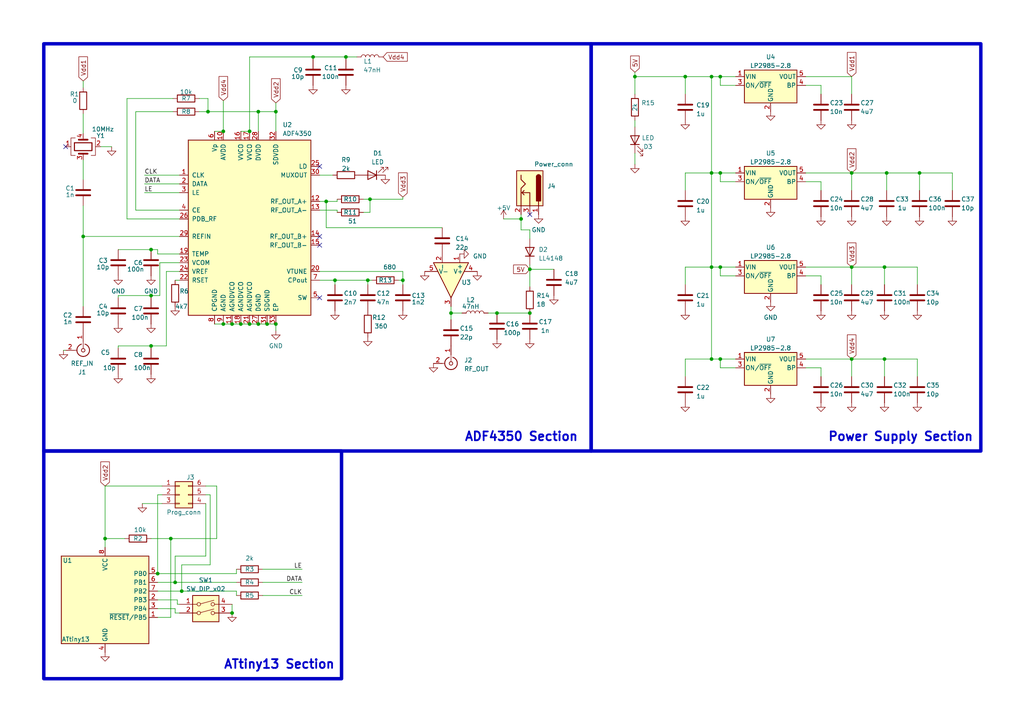
<source format=kicad_sch>
(kicad_sch (version 20230121) (generator eeschema)
  (paper "A4")
  (title_block (title "Small RF generator") (date "2023-12-27") (rev "2.0") (comment 1 "DesignLab Project"))
  (lib_symbols
    (symbol "Connector:Barrel_Jack_Switch" (pin_names hide)
      (property "Reference" "J" (at 0 5.334 0))
      (property "Value" "Barrel_Jack_Switch" (at 0 -5.08 0))
      (symbol "Barrel_Jack_Switch_0_1"
        (rectangle (start -5.08 3.81) (end 5.08 -3.81) (stroke (width 0.254)) (fill (type background)))
        (arc (start -3.302 3.175) (mid -3.9343 2.54) (end -3.302 1.905) (stroke (width 0.254)))
        (arc (start -3.302 3.175) (mid -3.9343 2.54) (end -3.302 1.905) (stroke (width 0.254)) (fill (type outline)))
        (polyline (pts (xy 1.27 -2.286) (xy 1.905 -1.651)) (stroke (width 0.254)))
        (polyline (pts (xy 5.08 2.54) (xy 3.81 2.54)) (stroke (width 0.254)))
        (polyline (pts (xy 5.08 0) (xy 1.27 0) (xy 1.27 -2.286) (xy 0.635 -1.651)) (stroke (width 0.254)))
        (polyline (pts (xy -3.81 -2.54) (xy -2.54 -2.54) (xy -1.27 -1.27) (xy 0 -2.54) (xy 2.54 -2.54) (xy 5.08 -2.54)) (stroke (width 0.254)))
        (rectangle (start 3.683 3.175) (end -3.302 1.905) (stroke (width 0.254)) (fill (type outline)))
      )
      (symbol "Barrel_Jack_Switch_1_1"
        (pin passive line (at 7.62 2.54 180) (length 2.54) (name "~") (number "1"))
        (pin passive line (at 7.62 -2.54 180) (length 2.54) (name "~") (number "2"))
        (pin passive line (at 7.62 0 180) (length 2.54) (name "~") (number "3"))
      )
    )
    (symbol "Connector:Conn_Coaxial" (pin_names (offset 1.016) hide)
      (property "Reference" "J" (at 0.254 3.048 0))
      (property "Value" "Conn_Coaxial" (at 2.921 0 90))
      (symbol "Conn_Coaxial_0_1"
        (arc (start -1.778 -0.508) (mid 0.2311 -1.8066) (end 1.778 0) (stroke (width 0.254)))
        (polyline (pts (xy -2.54 0) (xy -0.508 0)))
        (polyline (pts (xy 0 -2.54) (xy 0 -1.778)))
        (circle (center 0 0) (radius 0.508) (stroke (width 0.2032)))
        (arc (start 1.778 0) (mid 0.2099 1.8101) (end -1.778 0.508) (stroke (width 0.254)))
      )
      (symbol "Conn_Coaxial_1_1"
        (pin passive line (at -5.08 0 0) (length 2.54) (name "In") (number "1"))
        (pin passive line (at 0 -5.08 90) (length 2.54) (name "Ext") (number "2"))
      )
    )
    (symbol "Connector_Generic:Conn_02x03_Counter_Clockwise" (pin_names (offset 1.016) hide)
      (property "Reference" "J" (at 1.27 5.08 0))
      (property "Value" "Conn_02x03_Counter_Clockwise" (at 1.27 -5.08 0))
      (symbol "Conn_02x03_Counter_Clockwise_1_1"
        (rectangle (start -1.27 -2.413) (end 0 -2.667) (stroke (width 0.1524)))
        (rectangle (start -1.27 0.127) (end 0 -0.127) (stroke (width 0.1524)))
        (rectangle (start -1.27 2.667) (end 0 2.413) (stroke (width 0.1524)))
        (rectangle (start -1.27 3.81) (end 3.81 -3.81) (stroke (width 0.254)) (fill (type background)))
        (rectangle (start 3.81 -2.413) (end 2.54 -2.667) (stroke (width 0.1524)))
        (rectangle (start 3.81 0.127) (end 2.54 -0.127) (stroke (width 0.1524)))
        (rectangle (start 3.81 2.667) (end 2.54 2.413) (stroke (width 0.1524)))
        (pin passive line (at -5.08 2.54 0) (length 3.81) (name "Pin_1") (number "1"))
        (pin passive line (at -5.08 0 0) (length 3.81) (name "Pin_2") (number "2"))
        (pin passive line (at -5.08 -2.54 0) (length 3.81) (name "Pin_3") (number "3"))
        (pin passive line (at 7.62 -2.54 180) (length 3.81) (name "Pin_4") (number "4"))
        (pin passive line (at 7.62 0 180) (length 3.81) (name "Pin_5") (number "5"))
        (pin passive line (at 7.62 2.54 180) (length 3.81) (name "Pin_6") (number "6"))
      )
    )
    (symbol "Device:C" (pin_numbers hide) (pin_names (offset 0.254))
      (property "Reference" "C" (at 0.635 2.54 0))
      (property "Value" "C" (at 0.635 -2.54 0))
      (symbol "C_0_1"
        (polyline (pts (xy -2.032 -0.762) (xy 2.032 -0.762)) (stroke (width 0.508)))
        (polyline (pts (xy -2.032 0.762) (xy 2.032 0.762)) (stroke (width 0.508)))
      )
      (symbol "C_1_1"
        (pin passive line (at 0 3.81 270) (length 2.794) (name "~") (number "1"))
        (pin passive line (at 0 -3.81 90) (length 2.794) (name "~") (number "2"))
      )
    )
    (symbol "Device:Crystal_GND24" (pin_names (offset 1.016) hide)
      (property "Reference" "Y1" (at 3.81 5.715 0))
      (property "Value" "10MHz" (at 6.35 3.175 0))
      (symbol "Crystal_GND24_0_1"
        (rectangle (start -1.143 2.54) (end 1.143 -2.54) (stroke (width 0.3048)))
        (polyline (pts (xy -2.54 0) (xy -2.032 0)))
        (polyline (pts (xy -2.032 -1.27) (xy -2.032 1.27)) (stroke (width 0.508)))
        (polyline (pts (xy 0 -3.81) (xy 0 -3.556)))
        (polyline (pts (xy 0 3.556) (xy 0 3.81)))
        (polyline (pts (xy 2.032 -1.27) (xy 2.032 1.27)) (stroke (width 0.508)))
        (polyline (pts (xy 2.032 0) (xy 2.54 0)))
        (polyline (pts (xy -2.54 -2.286) (xy -2.54 -3.556) (xy 2.54 -3.556) (xy 2.54 -2.286)))
        (polyline (pts (xy -2.54 2.286) (xy -2.54 3.556) (xy 2.54 3.556) (xy 2.54 2.286)))
      )
      (symbol "Crystal_GND24_1_1"
        (pin passive line (at 0 -5.08 90) (length 1.27) (name "1") (number "1"))
        (pin passive line (at 0 5.08 270) (length 1.27) (name "2") (number "2"))
        (pin passive line (at 3.81 0 180) (length 1.27) (name "3") (number "3"))
        (pin passive line (at -3.81 0 0) (length 1.27) (name "1") (number "4"))
      )
    )
    (symbol "Device:D" (pin_numbers hide) (pin_names (offset 1.016) hide)
      (property "Reference" "D" (at 0 2.54 0))
      (property "Value" "D" (at 0 -2.54 0))
      (symbol "D_0_1"
        (polyline (pts (xy -1.27 1.27) (xy -1.27 -1.27)) (stroke (width 0.254)))
        (polyline (pts (xy 1.27 0) (xy -1.27 0)))
        (polyline (pts (xy 1.27 1.27) (xy 1.27 -1.27) (xy -1.27 0) (xy 1.27 1.27)) (stroke (width 0.254)))
      )
      (symbol "D_1_1"
        (pin passive line (at -3.81 0 0) (length 2.54) (name "K") (number "1"))
        (pin passive line (at 3.81 0 180) (length 2.54) (name "A") (number "2"))
      )
    )
    (symbol "Device:L" (pin_numbers hide) (pin_names (offset 1.016) hide)
      (property "Reference" "L" (at -1.27 0 90))
      (property "Value" "L" (at 1.905 0 90))
      (symbol "L_0_1"
        (arc (start 0 -2.54) (mid 0.6323 -1.905) (end 0 -1.27))
        (arc (start 0 -1.27) (mid 0.6323 -0.635) (end 0 0))
        (arc (start 0 0) (mid 0.6323 0.635) (end 0 1.27))
        (arc (start 0 1.27) (mid 0.6323 1.905) (end 0 2.54))
      )
      (symbol "L_1_1"
        (pin passive line (at 0 3.81 270) (length 1.27) (name "1") (number "1"))
        (pin passive line (at 0 -3.81 90) (length 1.27) (name "2") (number "2"))
      )
    )
    (symbol "Device:LED" (pin_numbers hide) (pin_names (offset 1.016) hide)
      (property "Reference" "D" (at 0 2.54 0))
      (property "Value" "LED" (at 0 -2.54 0))
      (symbol "LED_0_1"
        (polyline (pts (xy -1.27 -1.27) (xy -1.27 1.27)) (stroke (width 0.254)))
        (polyline (pts (xy -1.27 0) (xy 1.27 0)))
        (polyline (pts (xy 1.27 -1.27) (xy 1.27 1.27) (xy -1.27 0) (xy 1.27 -1.27)) (stroke (width 0.254)))
        (polyline (pts (xy -3.048 -0.762) (xy -4.572 -2.286) (xy -3.81 -2.286) (xy -4.572 -2.286) (xy -4.572 -1.524)))
        (polyline (pts (xy -1.778 -0.762) (xy -3.302 -2.286) (xy -2.54 -2.286) (xy -3.302 -2.286) (xy -3.302 -1.524)))
      )
      (symbol "LED_1_1"
        (pin passive line (at -3.81 0 0) (length 2.54) (name "K") (number "1"))
        (pin passive line (at 3.81 0 180) (length 2.54) (name "A") (number "2"))
      )
    )
    (symbol "Device:R" (pin_numbers hide) (pin_names (offset 0))
      (property "Reference" "R" (at 2.032 0 90))
      (property "Value" "R" (at 0 0 90))
      (symbol "R_0_1"
        (rectangle (start -1.016 -2.54) (end 1.016 2.54) (stroke (width 0.254)))
      )
      (symbol "R_1_1"
        (pin passive line (at 0 3.81 270) (length 1.27) (name "~") (number "1"))
        (pin passive line (at 0 -3.81 90) (length 1.27) (name "~") (number "2"))
      )
    )
    (symbol "MCU_Microchip_ATtiny:ATtiny13-20S"
      (property "Reference" "U" (at -12.7 13.97 0))
      (property "Value" "ATtiny13-20S" (at 2.54 -13.97 0))
      (symbol "ATtiny13-20S_0_1"
        (rectangle (start -12.7 -12.7) (end 12.7 12.7) (stroke (width 0.254)) (fill (type background)))
      )
      (symbol "ATtiny13-20S_1_1"
        (pin bidirectional line (at 15.24 -5.08 180) (length 2.54) (name "~{RESET}/PB5") (number "1"))
        (pin bidirectional line (at 15.24 0 180) (length 2.54) (name "PB3") (number "2"))
        (pin bidirectional line (at 15.24 -2.54 180) (length 2.54) (name "PB4") (number "3"))
        (pin power_in line (at 0 -15.24 90) (length 2.54) (name "GND") (number "4"))
        (pin bidirectional line (at 15.24 7.62 180) (length 2.54) (name "PB0") (number "5"))
        (pin bidirectional line (at 15.24 5.08 180) (length 2.54) (name "PB1") (number "6"))
        (pin bidirectional line (at 15.24 2.54 180) (length 2.54) (name "PB2") (number "7"))
        (pin power_in line (at 0 15.24 270) (length 2.54) (name "VCC") (number "8"))
      )
    )
    (symbol "Regulator_Linear:LP2985-2.8" (pin_names (offset 0.254))
      (property "Reference" "U" (at -6.35 5.715 0))
      (property "Value" "LP2985-2.8" (at 0 5.715 0))
      (symbol "LP2985-2.8_0_1"
        (rectangle (start -7.62 -5.08) (end 7.62 4.445) (stroke (width 0.254)) (fill (type background)))
      )
      (symbol "LP2985-2.8_1_1"
        (pin power_in line (at -10.16 2.54 0) (length 2.54) (name "VIN") (number "1"))
        (pin power_in line (at 0 -7.62 90) (length 2.54) (name "GND") (number "2"))
        (pin input line (at -10.16 0 0) (length 2.54) (name "ON/~{OFF}") (number "3"))
        (pin input line (at 10.16 0 180) (length 2.54) (name "BP") (number "4"))
        (pin power_out line (at 10.16 2.54 180) (length 2.54) (name "VOUT") (number "5"))
      )
    )
    (symbol "Simulation_SPICE:OPAMP" (pin_names (offset 0.254))
      (property "Reference" "U" (at 3.81 3.175 0))
      (property "Value" "${SIM.PARAMS}" (at 3.81 -3.175 0))
      (symbol "OPAMP_0_1"
        (polyline (pts (xy 5.08 0) (xy -5.08 5.08) (xy -5.08 -5.08) (xy 5.08 0)) (stroke (width 0.254)) (fill (type background)))
      )
      (symbol "OPAMP_1_1"
        (pin input line (at -7.62 2.54 0) (length 2.54) (name "+") (number "1"))
        (pin input line (at -7.62 -2.54 0) (length 2.54) (name "-") (number "2"))
        (pin output line (at 7.62 0 180) (length 2.54) (name "~") (number "3"))
        (pin power_in line (at -2.54 7.62 270) (length 3.81) (name "V+") (number "4"))
        (pin power_in line (at -2.54 -7.62 90) (length 3.81) (name "V-") (number "5"))
      )
    )
    (symbol "Switch:SW_DIP_x02" (pin_names (offset 0) hide)
      (property "Reference" "SW" (at 0 6.35 0))
      (property "Value" "SW_DIP_x02" (at 0 -3.81 0))
      (symbol "SW_DIP_x02_0_0"
        (circle (center -2.032 0) (radius 0.508))
        (circle (center -2.032 2.54) (radius 0.508))
        (polyline (pts (xy -1.524 0.127) (xy 2.3622 1.1684)))
        (polyline (pts (xy -1.524 2.667) (xy 2.3622 3.7084)))
        (circle (center 2.032 0) (radius 0.508))
        (circle (center 2.032 2.54) (radius 0.508))
      )
      (symbol "SW_DIP_x02_0_1"
        (rectangle (start -3.81 5.08) (end 3.81 -2.54) (stroke (width 0.254)) (fill (type background)))
      )
      (symbol "SW_DIP_x02_1_1"
        (pin passive line (at -7.62 2.54 0) (length 5.08) (name "~") (number "1"))
        (pin passive line (at -7.62 0 0) (length 5.08) (name "~") (number "2"))
        (pin passive line (at 7.62 0 180) (length 5.08) (name "~") (number "3"))
        (pin passive line (at 7.62 2.54 180) (length 5.08) (name "~") (number "4"))
      )
    )
    (symbol "Timer_PLL:ADF4350" (pin_names (offset 1.016))
      (property "Reference" "U" (at 0 1.27 0))
      (property "Value" "ADF4350" (at 0 -1.27 0))
      (symbol "ADF4350_0_1"
        (rectangle (start 17.78 25.4) (end -17.78 -25.4) (stroke (width 0.254)) (fill (type background)))
      )
      (symbol "ADF4350_1_1"
        (pin input line (at -20.32 15.24 0) (length 2.54) (name "CLK") (number "1"))
        (pin power_in line (at -7.62 27.94 270) (length 2.54) (name "AVDD") (number "10"))
        (pin power_in line (at -5.08 -27.94 90) (length 2.54) (name "AGNDVCO") (number "11"))
        (pin output line (at 20.32 7.62 180) (length 2.54) (name "RF_OUT_A+") (number "12"))
        (pin output line (at 20.32 5.08 180) (length 2.54) (name "RF_OUT_A-") (number "13"))
        (pin output line (at 20.32 -2.54 180) (length 2.54) (name "RF_OUT_B+") (number "14"))
        (pin output line (at 20.32 -5.08 180) (length 2.54) (name "RF_OUT_B-") (number "15"))
        (pin power_in line (at -2.54 27.94 270) (length 2.54) (name "VVCO") (number "16"))
        (pin power_in line (at 0 27.94 270) (length 2.54) (name "VVCO") (number "17"))
        (pin power_in line (at -2.54 -27.94 90) (length 2.54) (name "AGNDVCO") (number "18"))
        (pin input line (at -20.32 -7.62 0) (length 2.54) (name "TEMP") (number "19"))
        (pin input line (at -20.32 12.7 0) (length 2.54) (name "DATA") (number "2"))
        (pin input line (at 20.32 -12.7 180) (length 2.54) (name "VTUNE") (number "20"))
        (pin power_in line (at 0 -27.94 90) (length 2.54) (name "AGNDVCO") (number "21"))
        (pin input line (at -20.32 -15.24 0) (length 2.54) (name "RSET") (number "22"))
        (pin input line (at -20.32 -10.16 0) (length 2.54) (name "VCOM") (number "23"))
        (pin input line (at -20.32 -12.7 0) (length 2.54) (name "VREF") (number "24"))
        (pin input line (at 20.32 17.78 180) (length 2.54) (name "LD") (number "25"))
        (pin input line (at -20.32 2.54 0) (length 2.54) (name "PDB_RF") (number "26"))
        (pin power_in line (at 2.54 -27.94 90) (length 2.54) (name "DGND") (number "27"))
        (pin power_in line (at 2.54 27.94 270) (length 2.54) (name "DVDD") (number "28"))
        (pin input line (at -20.32 -2.54 0) (length 2.54) (name "REFIN") (number "29"))
        (pin input line (at -20.32 10.16 0) (length 2.54) (name "LE") (number "3"))
        (pin output line (at 20.32 15.24 180) (length 2.54) (name "MUXOUT") (number "30"))
        (pin power_in line (at 5.08 -27.94 90) (length 2.54) (name "SDGND") (number "31"))
        (pin power_in line (at 7.62 27.94 270) (length 2.54) (name "SDVDD") (number "32"))
        (pin power_in line (at 7.62 -27.94 90) (length 2.54) (name "EP") (number "33"))
        (pin input line (at -20.32 5.08 0) (length 2.54) (name "CE") (number "4"))
        (pin input line (at 20.32 -20.32 180) (length 2.54) (name "SW") (number "5"))
        (pin power_in line (at -10.16 27.94 270) (length 2.54) (name "Vp") (number "6"))
        (pin input line (at 20.32 -15.24 180) (length 2.54) (name "CPout") (number "7"))
        (pin power_in line (at -10.16 -27.94 90) (length 2.54) (name "CPGND") (number "8"))
        (pin power_in line (at -7.62 -27.94 90) (length 2.54) (name "AGND") (number "9"))
      )
    )
    (symbol "power:+5V" (power) (pin_names (offset 0))
      (property "Value" "+5V" (at 0 3.556 0))
      (symbol "+5V_0_1"
        (polyline (pts (xy -0.762 1.27) (xy 0 2.54)))
        (polyline (pts (xy 0 0) (xy 0 2.54)))
        (polyline (pts (xy 0 2.54) (xy 0.762 1.27)))
      )
      (symbol "+5V_1_1"
        (pin power_in line (at 0 0 90) (length 0) hide (name "+5V") (number "1"))
      )
    )
    (symbol "power:GND" (power) (pin_names (offset 0))
      (property "Value" "GND" (at 0 -3.81 0))
      (symbol "GND_0_1"
        (polyline (pts (xy 0 0) (xy 0 -1.27) (xy 1.27 -1.27) (xy 0 -2.54) (xy -1.27 -1.27) (xy 0 -1.27)))
      )
      (symbol "GND_1_1"
        (pin power_in line (at 0 0 270) (length 0) hide (name "GND") (number "1"))
      )
    )
  )
  (junction (at 130.81 90.805))
  (junction (at 43.815 100.33))
  (junction (at 97.155 81.28))
  (junction (at 50.8 168.91))
  (junction (at 106.68 81.28))
  (junction (at 72.39 38.1))
  (junction (at 247.015 77.47))
  (junction (at 100.33 16.51))
  (junction (at 60.325 32.385))
  (junction (at 247.015 104.14))
  (junction (at 266.7 50.165))
  (junction (at 30.48 156.21))
  (junction (at 208.915 77.47))
  (junction (at 80.01 93.98))
  (junction (at 45.72 166.37))
  (junction (at 74.93 32.385))
  (junction (at 206.375 77.47))
  (junction (at 64.77 38.1))
  (junction (at 144.145 90.805))
  (junction (at 77.47 93.98))
  (junction (at 206.375 104.14))
  (junction (at 256.54 104.14))
  (junction (at 80.01 32.385))
  (junction (at 208.915 50.165))
  (junction (at 151.13 63.5))
  (junction (at 67.31 177.8))
  (junction (at 24.13 68.58))
  (junction (at 206.375 22.225))
  (junction (at 257.175 50.165))
  (junction (at 64.77 93.98))
  (junction (at 90.805 16.51))
  (junction (at 107.315 57.785))
  (junction (at 208.915 104.14))
  (junction (at 67.31 93.98))
  (junction (at 43.815 72.39))
  (junction (at 184.15 22.225))
  (junction (at 208.915 22.225))
  (junction (at 49.53 156.21))
  (junction (at 74.93 93.98))
  (junction (at 116.84 81.28))
  (junction (at 43.815 85.725))
  (junction (at 256.54 77.47))
  (junction (at 94.615 58.42))
  (junction (at 72.39 93.98))
  (junction (at 206.375 50.165))
  (junction (at 198.755 22.225))
  (junction (at 153.67 78.105))
  (junction (at 247.015 50.165))
  (junction (at 69.85 93.98))
  (junction (at 153.67 90.805))
  (junction (at 52.705 171.45))
  (no_connect (at 92.71 48.26))
  (no_connect (at 92.71 86.36))
  (no_connect (at 19.05 42.545))
  (no_connect (at 153.67 62.23))
  (no_connect (at 92.71 68.58))
  (no_connect (at 92.71 71.12))
  (wire (pts (xy 116.84 81.28) (xy 116.84 82.55)))
  (wire (pts (xy 198.755 82.55) (xy 198.755 77.47)))
  (wire (pts (xy 208.915 22.225) (xy 213.36 22.225)))
  (wire (pts (xy 59.69 146.05) (xy 59.69 161.29)))
  (wire (pts (xy 97.155 81.28) (xy 97.155 82.55)))
  (wire (pts (xy 80.01 32.385) (xy 80.01 38.1)))
  (wire (pts (xy 213.36 106.68) (xy 208.915 106.68)))
  (wire (pts (xy 64.77 29.21) (xy 64.77 38.1)))
  (wire (pts (xy 39.37 32.385) (xy 50.165 32.385)))
  (wire (pts (xy 59.69 161.29) (xy 50.8 161.29)))
  (wire (pts (xy 206.375 22.225) (xy 208.915 22.225)))
  (wire (pts (xy 247.015 22.225) (xy 233.68 22.225)))
  (wire (pts (xy 72.39 16.51) (xy 90.805 16.51)))
  (wire (pts (xy 94.615 58.42) (xy 97.79 58.42)))
  (wire (pts (xy 24.13 46.355) (xy 24.13 52.07)))
  (wire (pts (xy 151.13 63.5) (xy 151.13 62.23)))
  (wire (pts (xy 77.47 93.98) (xy 80.01 93.98)))
  (wire (pts (xy 34.29 85.725) (xy 43.815 85.725)))
  (wire (pts (xy 213.36 80.01) (xy 208.915 80.01)))
  (wire (pts (xy 19.05 101.6) (xy 18.415 101.6)))
  (wire (pts (xy 247.015 77.47) (xy 233.68 77.47)))
  (wire (pts (xy 30.48 156.21) (xy 30.48 158.75)))
  (wire (pts (xy 36.83 28.575) (xy 50.165 28.575)))
  (wire (pts (xy 266.7 50.165) (xy 266.7 55.245)))
  (wire (pts (xy 30.48 156.21) (xy 36.195 156.21)))
  (wire (pts (xy 106.68 81.28) (xy 107.95 81.28)))
  (wire (pts (xy 50.8 81.28) (xy 52.07 81.28)))
  (wire (pts (xy 60.96 143.51) (xy 60.96 163.83)))
  (wire (pts (xy 96.52 50.8) (xy 92.71 50.8)))
  (wire (pts (xy 39.37 60.96) (xy 39.37 32.385)))
  (wire (pts (xy 52.07 60.96) (xy 39.37 60.96)))
  (wire (pts (xy 184.15 47.625) (xy 184.15 44.45)))
  (wire (pts (xy 68.58 171.45) (xy 68.58 172.72)))
  (wire (pts (xy 198.755 22.225) (xy 206.375 22.225)))
  (wire (pts (xy 43.815 100.33) (xy 43.815 100.965)))
  (wire (pts (xy 48.26 78.74) (xy 48.26 100.33)))
  (wire (pts (xy 41.91 53.34) (xy 52.07 53.34)))
  (wire (pts (xy 50.8 177.8) (xy 50.8 176.53)))
  (wire (pts (xy 92.71 58.42) (xy 94.615 58.42)))
  (wire (pts (xy 146.05 63.5) (xy 151.13 63.5)))
  (wire (pts (xy 52.07 73.66) (xy 45.72 73.66)))
  (wire (pts (xy 72.39 38.1) (xy 72.39 16.51)))
  (wire (pts (xy 64.77 93.98) (xy 67.31 93.98)))
  (wire (pts (xy 238.125 106.68) (xy 238.125 109.22)))
  (wire (pts (xy 247.015 109.22) (xy 247.015 104.14)))
  (wire (pts (xy 60.96 163.83) (xy 52.705 163.83)))
  (wire (pts (xy 208.915 50.165) (xy 213.36 50.165)))
  (wire (pts (xy 107.315 61.595) (xy 107.315 57.785)))
  (wire (pts (xy 130.81 90.805) (xy 130.81 88.9)))
  (wire (pts (xy 198.755 50.165) (xy 206.375 50.165)))
  (wire (pts (xy 46.99 143.51) (xy 45.72 143.51)))
  (wire (pts (xy 151.13 66.675) (xy 151.13 63.5)))
  (wire (pts (xy 208.915 77.47) (xy 213.36 77.47)))
  (wire (pts (xy 57.785 32.385) (xy 60.325 32.385)))
  (wire (pts (xy 76.2 168.91) (xy 87.63 168.91)))
  (wire (pts (xy 43.815 85.725) (xy 43.815 86.36)))
  (wire (pts (xy 62.23 38.1) (xy 64.77 38.1)))
  (wire (pts (xy 233.68 52.705) (xy 238.125 52.705)))
  (wire (pts (xy 257.175 50.165) (xy 257.175 55.245)))
  (wire (pts (xy 106.68 81.28) (xy 97.155 81.28)))
  (wire (pts (xy 48.26 78.74) (xy 52.07 78.74)))
  (wire (pts (xy 80.01 29.845) (xy 80.01 32.385)))
  (wire (pts (xy 50.8 168.91) (xy 68.58 168.91)))
  (wire (pts (xy 247.015 77.47) (xy 256.54 77.47)))
  (wire (pts (xy 74.93 32.385) (xy 80.01 32.385)))
  (wire (pts (xy 256.54 77.47) (xy 266.065 77.47)))
  (wire (pts (xy 92.71 60.96) (xy 97.79 60.96)))
  (wire (pts (xy 206.375 22.225) (xy 206.375 50.165)))
  (wire (pts (xy 116.84 57.15) (xy 116.84 57.785)))
  (wire (pts (xy 238.125 80.01) (xy 238.125 82.55)))
  (wire (pts (xy 24.13 23.495) (xy 24.13 25.4)))
  (wire (pts (xy 46.355 76.2) (xy 52.07 76.2)))
  (wire (pts (xy 24.13 38.735) (xy 24.13 33.02)))
  (wire (pts (xy 100.33 16.51) (xy 103.505 16.51)))
  (wire (pts (xy 247.015 50.165) (xy 233.68 50.165)))
  (wire (pts (xy 41.91 55.88) (xy 52.07 55.88)))
  (wire (pts (xy 69.85 93.98) (xy 72.39 93.98)))
  (wire (pts (xy 59.69 140.97) (xy 62.865 140.97)))
  (wire (pts (xy 34.29 100.33) (xy 34.29 100.965)))
  (wire (pts (xy 41.275 146.05) (xy 46.99 146.05)))
  (wire (pts (xy 92.71 81.28) (xy 97.155 81.28)))
  (wire (pts (xy 247.015 104.14) (xy 256.54 104.14)))
  (wire (pts (xy 184.15 22.225) (xy 184.15 27.305)))
  (wire (pts (xy 51.435 175.26) (xy 51.435 173.99)))
  (wire (pts (xy 60.325 32.385) (xy 74.93 32.385)))
  (wire (pts (xy 49.53 179.07) (xy 49.53 156.21)))
  (wire (pts (xy 153.67 78.105) (xy 153.67 83.185)))
  (wire (pts (xy 144.145 90.805) (xy 153.67 90.805)))
  (wire (pts (xy 45.72 179.07) (xy 49.53 179.07)))
  (wire (pts (xy 92.71 78.74) (xy 116.84 78.74)))
  (wire (pts (xy 257.175 50.165) (xy 266.7 50.165)))
  (wire (pts (xy 116.84 57.785) (xy 107.315 57.785)))
  (wire (pts (xy 45.72 171.45) (xy 52.705 171.45)))
  (wire (pts (xy 67.31 93.98) (xy 69.85 93.98)))
  (wire (pts (xy 233.68 106.68) (xy 238.125 106.68)))
  (wire (pts (xy 133.985 90.805) (xy 130.81 90.805)))
  (wire (pts (xy 247.015 82.55) (xy 247.015 77.47)))
  (wire (pts (xy 100.33 16.51) (xy 100.33 17.145)))
  (wire (pts (xy 247.015 27.305) (xy 247.015 22.225)))
  (wire (pts (xy 36.83 63.5) (xy 36.83 28.575)))
  (wire (pts (xy 198.755 77.47) (xy 206.375 77.47)))
  (wire (pts (xy 213.36 24.765) (xy 208.915 24.765)))
  (wire (pts (xy 45.72 72.39) (xy 43.815 72.39)))
  (wire (pts (xy 43.815 100.33) (xy 48.26 100.33)))
  (wire (pts (xy 247.015 104.14) (xy 233.68 104.14)))
  (wire (pts (xy 233.68 24.765) (xy 238.125 24.765)))
  (wire (pts (xy 208.915 80.01) (xy 208.915 77.47)))
  (wire (pts (xy 52.07 68.58) (xy 24.13 68.58)))
  (wire (pts (xy 247.015 55.245) (xy 247.015 50.165)))
  (wire (pts (xy 206.375 50.165) (xy 206.375 77.47)))
  (wire (pts (xy 30.48 140.97) (xy 30.48 156.21)))
  (wire (pts (xy 34.29 72.39) (xy 43.815 72.39)))
  (wire (pts (xy 69.85 38.1) (xy 72.39 38.1)))
  (wire (pts (xy 90.805 16.51) (xy 90.805 17.145)))
  (wire (pts (xy 72.39 93.98) (xy 74.93 93.98)))
  (wire (pts (xy 141.605 90.805) (xy 144.145 90.805)))
  (wire (pts (xy 276.225 50.165) (xy 276.225 55.245)))
  (wire (pts (xy 208.915 104.14) (xy 213.36 104.14)))
  (wire (pts (xy 68.58 166.37) (xy 68.58 165.1)))
  (wire (pts (xy 153.67 69.215) (xy 153.67 66.675)))
  (wire (pts (xy 46.355 85.725) (xy 43.815 85.725)))
  (wire (pts (xy 105.41 61.595) (xy 107.315 61.595)))
  (wire (pts (xy 34.29 85.725) (xy 34.29 86.36)))
  (wire (pts (xy 50.8 176.53) (xy 45.72 176.53)))
  (wire (pts (xy 76.2 172.72) (xy 87.63 172.72)))
  (wire (pts (xy 67.31 175.26) (xy 67.31 177.8)))
  (wire (pts (xy 41.91 50.8) (xy 52.07 50.8)))
  (wire (pts (xy 184.15 36.83) (xy 184.15 34.925)))
  (wire (pts (xy 50.8 177.8) (xy 52.07 177.8)))
  (wire (pts (xy 115.57 81.28) (xy 116.84 81.28)))
  (wire (pts (xy 34.29 100.33) (xy 43.815 100.33)))
  (wire (pts (xy 107.315 57.785) (xy 105.41 57.785)))
  (wire (pts (xy 45.72 168.91) (xy 50.8 168.91)))
  (wire (pts (xy 52.705 171.45) (xy 68.58 171.45)))
  (wire (pts (xy 266.065 104.14) (xy 266.065 109.22)))
  (wire (pts (xy 247.015 50.165) (xy 257.175 50.165)))
  (wire (pts (xy 32.385 42.545) (xy 29.21 42.545)))
  (wire (pts (xy 52.07 63.5) (xy 36.83 63.5)))
  (wire (pts (xy 208.915 24.765) (xy 208.915 22.225)))
  (wire (pts (xy 30.48 140.97) (xy 46.99 140.97)))
  (wire (pts (xy 184.15 22.225) (xy 198.755 22.225)))
  (wire (pts (xy 206.375 77.47) (xy 206.375 104.14)))
  (wire (pts (xy 49.53 156.21) (xy 43.815 156.21)))
  (wire (pts (xy 153.67 66.675) (xy 151.13 66.675)))
  (wire (pts (xy 74.93 93.98) (xy 77.47 93.98)))
  (wire (pts (xy 74.93 32.385) (xy 74.93 38.1)))
  (wire (pts (xy 208.915 106.68) (xy 208.915 104.14)))
  (wire (pts (xy 50.8 161.29) (xy 50.8 168.91)))
  (wire (pts (xy 238.125 24.765) (xy 238.125 27.305)))
  (wire (pts (xy 51.435 173.99) (xy 45.72 173.99)))
  (wire (pts (xy 90.805 16.51) (xy 100.33 16.51)))
  (wire (pts (xy 213.36 52.705) (xy 208.915 52.705)))
  (wire (pts (xy 62.865 140.97) (xy 62.865 156.21)))
  (wire (pts (xy 184.15 20.955) (xy 184.15 22.225)))
  (wire (pts (xy 256.54 104.14) (xy 266.065 104.14)))
  (wire (pts (xy 256.54 77.47) (xy 256.54 82.55)))
  (wire (pts (xy 59.69 143.51) (xy 60.96 143.51)))
  (wire (pts (xy 198.755 55.245) (xy 198.755 50.165)))
  (wire (pts (xy 46.355 76.2) (xy 46.355 85.725)))
  (wire (pts (xy 233.68 80.01) (xy 238.125 80.01)))
  (wire (pts (xy 97.79 60.96) (xy 97.79 61.595)))
  (wire (pts (xy 206.375 77.47) (xy 208.915 77.47)))
  (wire (pts (xy 266.065 77.47) (xy 266.065 82.55)))
  (wire (pts (xy 45.72 166.37) (xy 68.58 166.37)))
  (wire (pts (xy 24.13 68.58) (xy 24.13 88.9)))
  (wire (pts (xy 198.755 22.225) (xy 198.755 27.305)))
  (wire (pts (xy 94.615 66.04) (xy 128.27 66.04)))
  (wire (pts (xy 97.79 58.42) (xy 97.79 57.785)))
  (wire (pts (xy 60.325 28.575) (xy 60.325 32.385)))
  (wire (pts (xy 256.54 104.14) (xy 256.54 109.22)))
  (wire (pts (xy 206.375 50.165) (xy 208.915 50.165)))
  (wire (pts (xy 52.705 163.83) (xy 52.705 171.45)))
  (wire (pts (xy 116.84 78.74) (xy 116.84 81.28)))
  (wire (pts (xy 106.68 82.55) (xy 106.68 81.28)))
  (wire (pts (xy 76.2 165.1) (xy 87.63 165.1)))
  (wire (pts (xy 198.755 104.14) (xy 206.375 104.14)))
  (wire (pts (xy 62.865 156.21) (xy 49.53 156.21)))
  (wire (pts (xy 94.615 66.04) (xy 94.615 58.42)))
  (wire (pts (xy 80.01 93.98) (xy 80.01 95.885)))
  (wire (pts (xy 208.915 52.705) (xy 208.915 50.165)))
  (wire (pts (xy 45.72 73.66) (xy 45.72 72.39)))
  (wire (pts (xy 45.72 143.51) (xy 45.72 166.37)))
  (wire (pts (xy 24.13 59.69) (xy 24.13 68.58)))
  (wire (pts (xy 62.23 93.98) (xy 64.77 93.98)))
  (wire (pts (xy 130.81 92.71) (xy 130.81 90.805)))
  (wire (pts (xy 51.435 175.26) (xy 52.07 175.26)))
  (wire (pts (xy 153.67 78.105) (xy 160.655 78.105)))
  (wire (pts (xy 238.125 52.705) (xy 238.125 55.245)))
  (wire (pts (xy 153.67 76.835) (xy 153.67 78.105)))
  (wire (pts (xy 266.7 50.165) (xy 276.225 50.165)))
  (wire (pts (xy 206.375 104.14) (xy 208.915 104.14)))
  (wire (pts (xy 198.755 109.22) (xy 198.755 104.14)))
  (wire (pts (xy 57.785 28.575) (xy 60.325 28.575)))
  (rectangle (start 12.7 12.7) (end 171.45 130.81) (stroke (width 1)))
  (rectangle (start 171.45 12.7) (end 284.48 130.81) (stroke (width 1)))
  (rectangle (start 12.7 130.81) (end 99.06 196.85) (stroke (width 1)))
  (text "ADF4350 Section" (at 134.62 128.27 0) (effects (font (size 2.54 2.54) bold) (justify left bottom)))
  (text "ATtiny13 Section" (at 64.77 194.31 0) (effects (font (size 2.54 2.54) bold) (justify left bottom)))
  (text "Power Supply Section" (at 240.03 128.27 0) (effects (font (size 2.54 2.54) bold) (justify left bottom)))
  (label "CLK" (at 41.91 50.8 0))
  (label "LE" (at 87.63 165.1 180))
  (label "LE" (at 41.91 55.88 0))
  (label "DATA" (at 87.63 168.91 180))
  (label "CLK" (at 87.63 172.72 180))
  (label "DATA" (at 41.91 53.34 0))
  (global_label "5V" (shape input) (at 184.15 20.955 90) (property "Intersheetrefs" "${INTERSHEET_REFS}" (effects hide)))
  (global_label "Vdd1" (shape input) (at 247.015 22.225 90) (property "Intersheetrefs" "${INTERSHEET_REFS}" (effects hide)))
  (global_label "5V" (shape input) (at 153.67 78.105 180) (property "Intersheetrefs" "${INTERSHEET_REFS}" (effects hide)))
  (global_label "Vdd1" (shape input) (at 24.13 23.495 90) (property "Intersheetrefs" "${INTERSHEET_REFS}" (effects hide)))
  (global_label "Vdd2" (shape input) (at 80.01 29.845 90) (property "Intersheetrefs" "${INTERSHEET_REFS}" (effects hide)))
  (global_label "Vdd2" (shape input) (at 247.015 50.165 90) (property "Intersheetrefs" "${INTERSHEET_REFS}" (effects hide)))
  (global_label "Vdd2" (shape input) (at 30.48 140.97 90) (property "Intersheetrefs" "${INTERSHEET_REFS}" (effects hide)))
  (global_label "Vdd3" (shape input) (at 247.015 77.47 90) (property "Intersheetrefs" "${INTERSHEET_REFS}" (effects hide)))
  (global_label "Vdd4" (shape input) (at 111.125 16.51 0) (property "Intersheetrefs" "${INTERSHEET_REFS}" (effects hide)))
  (global_label "Vdd3" (shape input) (at 116.84 57.15 90) (property "Intersheetrefs" "${INTERSHEET_REFS}" (effects hide)))
  (global_label "Vdd4" (shape input) (at 247.015 104.14 90) (property "Intersheetrefs" "${INTERSHEET_REFS}" (effects hide)))
  (global_label "Vdd4" (shape input) (at 64.77 29.21 90) (property "Intersheetrefs" "${INTERSHEET_REFS}" (effects hide)))
  (symbol (lib_id "power:GND") (at 144.145 98.425 0) (unit 1)
    (property "Reference" "#PWR025" (effects hide))
    (property "Value" "GND" (effects hide))
  )
  (symbol (lib_id "power:GND") (at 276.225 62.865 0) (unit 1)
    (property "Reference" "#PWR051" (effects hide))
    (property "Value" "GND" (effects hide))
  )
  (symbol (lib_id "Timer_PLL:ADF4350") (at 72.39 66.04 0) (unit 1)
    (property "Reference" "U2" (at 81.9659 36.195 0) (effects (justify left)))
    (property "Value" "ADF4350" (at 81.9659 38.735 0) (effects (justify left)))
    (property "Footprint" "Package_CSP:LFCSP-32-1EP_5x5mm_P0.5mm_EP3.25x3.25mm" (effects hide))
    (property "Datasheet" "https://www.analog.com/media/en/technical-documentation/data-sheets/ADF4350.pdf" (effects hide))
  )
  (symbol (lib_id "Device:C") (at 266.065 86.36 0) (unit 1)
    (property "Reference" "C34" (at 268.605 85.09 0) (effects (justify left)))
    (property "Value" "10p" (at 268.605 87.63 0) (effects (justify left)))
    (property "Footprint" "Capacitor_SMD:C_0603_1608Metric" (effects hide))
  )
  (symbol (lib_id "Device:C") (at 198.755 31.115 0) (unit 1)
    (property "Reference" "C19" (at 201.93 30.48 0) (effects (justify left)))
    (property "Value" "1u" (at 201.93 33.02 0) (effects (justify left)))
    (property "Footprint" "Capacitor_SMD:C_0805_2012Metric" (effects hide))
  )
  (symbol (lib_id "power:GND") (at 198.755 34.925 0) (unit 1)
    (property "Reference" "#PWR029" (effects hide))
    (property "Value" "GND" (effects hide))
  )
  (symbol (lib_id "power:GND") (at 43.815 108.585 0) (unit 1)
    (property "Reference" "#PWR010" (effects hide))
    (property "Value" "GND" (effects hide))
  )
  (symbol (lib_id "Device:C") (at 276.225 59.055 0) (unit 1)
    (property "Reference" "C37" (at 278.765 57.785 0) (effects (justify left)))
    (property "Value" "10p" (at 278.765 60.325 0) (effects (justify left)))
    (property "Footprint" "Capacitor_SMD:C_0603_1608Metric" (effects hide))
  )
  (symbol (lib_id "Device:C") (at 100.33 20.955 0) (unit 1)
    (property "Reference" "C11" (at 93.98 19.685 0) (effects (justify left)))
    (property "Value" "100n" (at 93.345 22.225 0) (effects (justify left)))
    (property "Footprint" "Capacitor_SMD:C_0603_1608Metric" (effects hide))
  )
  (symbol (lib_id "power:GND") (at 90.805 24.765 0) (unit 1)
    (property "Reference" "#PWR015" (effects hide))
    (property "Value" "GND" (effects hide))
  )
  (symbol (lib_id "Device:R") (at 40.005 156.21 90) (unit 1)
    (property "Reference" "R2" (at 40.005 156.21 90))
    (property "Value" "10k" (at 40.64 153.67 90))
    (property "Footprint" "Resistor_SMD:R_0805_2012Metric" (effects hide))
  )
  (symbol (lib_id "power:GND") (at 198.755 62.865 0) (unit 1)
    (property "Reference" "#PWR030" (effects hide))
    (property "Value" "GND" (effects hide))
  )
  (symbol (lib_id "Device:D") (at 153.67 73.025 90) (unit 1)
    (property "Reference" "D2" (at 156.21 72.39 90) (effects (justify right)))
    (property "Value" "LL4148" (at 156.21 74.93 90) (effects (justify right)))
    (property "Footprint" "Diode_SMD:D_MiniMELF" (effects hide))
    (property "Sim.Device" "D" (effects hide))
    (property "Sim.Pins" "1=K 2=A" (effects hide))
  )
  (symbol (lib_id "power:GND") (at 247.015 34.925 0) (unit 1)
    (property "Reference" "#PWR041" (effects hide))
    (property "Value" "GND" (effects hide))
  )
  (symbol (lib_id "Device:R") (at 101.6 61.595 90) (unit 1)
    (property "Reference" "R11" (at 101.6 61.595 90))
    (property "Value" "51" (effects hide))
    (property "Footprint" "Resistor_SMD:R_0805_2012Metric" (effects hide))
  )
  (symbol (lib_id "power:GND") (at 18.415 101.6 0) (unit 1)
    (property "Reference" "#PWR03" (effects hide))
    (property "Value" "GND" (effects hide))
  )
  (symbol (lib_id "Device:C") (at 266.7 59.055 0) (unit 1)
    (property "Reference" "C36" (at 269.24 57.785 0) (effects (justify left)))
    (property "Value" "100n" (at 269.24 60.325 0) (effects (justify left)))
    (property "Footprint" "Capacitor_SMD:C_0603_1608Metric" (effects hide))
  )
  (symbol (lib_id "Device:R") (at 153.67 86.995 0) (unit 1)
    (property "Reference" "R14" (at 155.575 85.725 0) (effects (justify left)))
    (property "Value" "18" (at 155.575 88.265 0) (effects (justify left)))
    (property "Footprint" "Resistor_SMD:R_0805_2012Metric" (effects hide))
  )
  (symbol (lib_id "Device:C") (at 43.815 76.2 0) (unit 1)
    (property "Reference" "C6" (at 38.735 76.2 0) (effects (justify left)))
    (property "Value" "100n" (at 36.83 78.105 0) (effects (justify left)))
    (property "Footprint" "Capacitor_SMD:C_0603_1608Metric" (effects hide))
  )
  (symbol (lib_id "Device:LED") (at 184.15 40.64 90) (unit 1)
    (property "Reference" "D3" (at 187.96 42.545 90))
    (property "Value" "LED" (at 187.96 40.005 90))
    (property "Footprint" "Diode_THT:D_DO-15_P2.54mm_Vertical_AnodeUp" (effects hide))
  )
  (symbol (lib_id "power:GND") (at 34.29 93.98 0) (unit 1)
    (property "Reference" "#PWR06" (effects hide))
    (property "Value" "GND" (effects hide))
  )
  (symbol (lib_id "power:GND") (at 238.125 34.925 0) (unit 1)
    (property "Reference" "#PWR037" (effects hide))
    (property "Value" "GND" (effects hide))
  )
  (symbol (lib_id "Regulator_Linear:LP2985-2.8") (at 223.52 24.765 0) (unit 1)
    (property "Reference" "U4" (at 223.52 16.51 0))
    (property "Value" "LP2985-2.8" (at 223.52 19.05 0))
    (property "Footprint" "Package_TO_SOT_SMD:SOT-23-5" (effects hide))
    (property "Datasheet" "http://www.ti.com/lit/ds/symlink/lp2985.pdf" (effects hide))
  )
  (symbol (lib_id "power:GND") (at 223.52 60.325 0) (unit 1)
    (property "Reference" "#PWR034" (effects hide))
    (property "Value" "GND" (effects hide))
  )
  (symbol (lib_id "Device:C") (at 116.84 86.36 180) (unit 1)
    (property "Reference" "C13" (at 119.38 85.725 0) (effects (justify right)))
    (property "Value" "1n2" (at 119.38 87.63 0) (effects (justify right)))
    (property "Footprint" "Capacitor_SMD:C_0603_1608Metric" (effects hide))
  )
  (symbol (lib_id "power:GND") (at 67.31 177.8 0) (unit 1)
    (property "Reference" "#PWR04" (effects hide))
    (property "Value" "GND" (effects hide))
  )
  (symbol (lib_id "power:GND") (at 238.125 116.84 0) (unit 1)
    (property "Reference" "#PWR040" (effects hide))
    (property "Value" "GND" (effects hide))
  )
  (symbol (lib_id "Simulation_SPICE:OPAMP") (at 130.81 81.28 270) (unit 1)
    (property "Reference" "U3" (at 135.255 81.915 90))
    (property "Value" "type=\"X\" model=\"OPAMP\" lib=\"\"" (effects hide))
    (property "Footprint" "Package_TO_SOT_SMD:TO-50-4_ShortPad-NoHole_Housing" (effects hide))
    (property "Sim.Pins" "1=1 2=2 3=3 4=4 5=5" (effects hide))
    (property "Sim.Device" "SPICE" (effects hide))
    (property "Sim.Params" "type=\"X\" model=\"OPAMP\" lib=\"\"" (effects hide))
  )
  (symbol (lib_id "power:GND") (at 247.015 90.17 0) (unit 1)
    (property "Reference" "#PWR043" (effects hide))
    (property "Value" "GND" (effects hide))
  )
  (symbol (lib_id "power:+5V") (at 146.05 63.5 0) (unit 1)
    (property "Reference" "#PWR026" (effects hide))
    (property "Value" "+5V" (at 146.05 60.325 0))
  )
  (symbol (lib_id "power:GND") (at 184.15 47.625 0) (unit 1)
    (property "Reference" "#PWR053" (effects hide))
    (property "Value" "GND" (effects hide))
  )
  (symbol (lib_id "Switch:SW_DIP_x02") (at 59.69 177.8 0) (unit 1)
    (property "Reference" "SW1" (at 59.69 168.275 0))
    (property "Value" "SW_DIP_x02" (at 59.69 170.815 0))
    (property "Footprint" "Connector_PinHeader_2.54mm:PinHeader_2x02_P2.54mm_Vertical_SMD" (effects hide))
  )
  (symbol (lib_id "power:GND") (at 266.065 116.84 0) (unit 1)
    (property "Reference" "#PWR049" (effects hide))
    (property "Value" "GND" (effects hide))
  )
  (symbol (lib_id "Device:C") (at 198.755 113.03 0) (unit 1)
    (property "Reference" "C22" (at 201.93 112.395 0) (effects (justify left)))
    (property "Value" "1u" (at 201.93 114.935 0) (effects (justify left)))
    (property "Footprint" "Capacitor_SMD:C_0805_2012Metric" (effects hide))
  )
  (symbol (lib_id "Device:R") (at 50.8 85.09 180) (unit 1)
    (property "Reference" "R6" (at 52.07 84.455 0) (effects (justify right)))
    (property "Value" "4k7" (at 50.8 88.9 0) (effects (justify right)))
    (property "Footprint" "Resistor_SMD:R_0805_2012Metric" (effects hide))
  )
  (symbol (lib_id "power:GND") (at 153.67 98.425 0) (unit 1)
    (property "Reference" "#PWR027" (effects hide))
    (property "Value" "GND" (effects hide))
  )
  (symbol (lib_id "power:GND") (at 97.155 90.17 0) (unit 1)
    (property "Reference" "#PWR016" (effects hide))
    (property "Value" "GND" (effects hide))
  )
  (symbol (lib_id "power:GND") (at 156.21 62.23 0) (unit 1)
    (property "Reference" "#PWR054" (effects hide))
    (property "Value" "GND" (at 156.21 66.675 0))
  )
  (symbol (lib_id "Device:C") (at 160.655 81.915 0) (unit 1)
    (property "Reference" "C18" (at 163.83 79.375 0) (effects (justify left)))
    (property "Value" "4u7" (at 163.83 81.915 0) (effects (justify left)))
    (property "Footprint" "Capacitor_SMD:C_0805_2012Metric" (effects hide))
  )
  (symbol (lib_id "power:GND") (at 256.54 116.84 0) (unit 1)
    (property "Reference" "#PWR046" (effects hide))
    (property "Value" "GND" (effects hide))
  )
  (symbol (lib_id "Regulator_Linear:LP2985-2.8") (at 223.52 106.68 0) (unit 1)
    (property "Reference" "U7" (at 223.52 98.425 0))
    (property "Value" "LP2985-2.8" (at 223.52 100.965 0))
    (property "Footprint" "Package_TO_SOT_SMD:SOT-23-5" (effects hide))
    (property "Datasheet" "http://www.ti.com/lit/ds/symlink/lp2985.pdf" (effects hide))
  )
  (symbol (lib_id "power:GND") (at 43.815 80.01 0) (unit 1)
    (property "Reference" "#PWR08" (effects hide))
    (property "Value" "GND" (at 43.815 84.455 0))
  )
  (symbol (lib_id "Device:R") (at 111.76 81.28 90) (unit 1)
    (property "Reference" "R13" (at 111.76 81.28 90))
    (property "Value" "680" (at 113.03 77.47 90))
    (property "Footprint" "Resistor_SMD:R_0805_2012Metric" (effects hide))
  )
  (symbol (lib_id "power:GND") (at 116.84 90.17 0) (unit 1)
    (property "Reference" "#PWR020" (effects hide))
    (property "Value" "GND" (effects hide))
  )
  (symbol (lib_id "Device:C") (at 24.13 55.88 180) (unit 1)
    (property "Reference" "C1" (at 20.32 54.61 0))
    (property "Value" "1n" (at 20.32 56.515 0))
    (property "Footprint" "Capacitor_SMD:C_0805_2012Metric" (effects hide))
  )
  (symbol (lib_id "Device:C") (at 198.755 86.36 0) (unit 1)
    (property "Reference" "C21" (at 201.93 85.725 0) (effects (justify left)))
    (property "Value" "1u" (at 201.93 88.265 0) (effects (justify left)))
    (property "Footprint" "Capacitor_SMD:C_0805_2012Metric" (effects hide))
  )
  (symbol (lib_id "Device:R") (at 53.975 32.385 90) (unit 1)
    (property "Reference" "R8" (at 53.975 32.385 90))
    (property "Value" "10k" (effects hide))
    (property "Footprint" "Resistor_SMD:R_0805_2012Metric" (effects hide))
  )
  (symbol (lib_id "Device:C") (at 247.015 86.36 0) (unit 1)
    (property "Reference" "C29" (at 249.555 85.09 0) (effects (justify left)))
    (property "Value" "4u7" (at 249.555 87.63 0) (effects (justify left)))
    (property "Footprint" "Capacitor_SMD:C_0805_2012Metric" (effects hide))
  )
  (symbol (lib_id "Device:R") (at 53.975 28.575 90) (unit 1)
    (property "Reference" "R7" (at 53.975 28.575 90))
    (property "Value" "10k" (at 53.975 26.67 90))
    (property "Footprint" "Resistor_SMD:R_0805_2012Metric" (effects hide))
  )
  (symbol (lib_id "power:GND") (at 30.48 189.23 0) (unit 1)
    (property "Reference" "#PWR01" (effects hide))
    (property "Value" "GND" (effects hide))
  )
  (symbol (lib_id "Device:R") (at 72.39 165.1 90) (unit 1)
    (property "Reference" "R3" (at 72.39 165.1 90))
    (property "Value" "2k" (at 72.39 161.925 90))
    (property "Footprint" "Resistor_SMD:R_0805_2012Metric" (effects hide))
  )
  (symbol (lib_id "Device:R") (at 72.39 172.72 90) (unit 1)
    (property "Reference" "R5" (at 72.39 172.72 90))
    (property "Value" "2k" (effects hide))
    (property "Footprint" "Resistor_SMD:R_0805_2012Metric" (effects hide))
  )
  (symbol (lib_id "power:GND") (at 41.275 146.05 0) (unit 1)
    (property "Reference" "#PWR052" (effects hide))
    (property "Value" "GND" (effects hide))
  )
  (symbol (lib_id "power:GND") (at 32.385 42.545 0) (unit 1)
    (property "Reference" "#PWR02" (effects hide))
    (property "Value" "GND" (effects hide))
  )
  (symbol (lib_id "power:GND") (at 238.125 62.865 0) (unit 1)
    (property "Reference" "#PWR038" (effects hide))
    (property "Value" "GND" (effects hide))
  )
  (symbol (lib_id "power:GND") (at 138.43 78.74 0) (unit 1)
    (property "Reference" "#PWR024" (effects hide))
    (property "Value" "GND" (effects hide))
  )
  (symbol (lib_id "power:GND") (at 80.01 95.885 0) (unit 1)
    (property "Reference" "#PWR013" (effects hide))
    (property "Value" "GND" (at 80.01 100.33 0))
  )
  (symbol (lib_id "Device:R") (at 101.6 57.785 90) (unit 1)
    (property "Reference" "R10" (at 101.6 57.785 90))
    (property "Value" "51" (at 102.235 64.135 90))
    (property "Footprint" "Resistor_SMD:R_0805_2012Metric" (effects hide))
  )
  (symbol (lib_id "Device:C") (at 144.145 94.615 0) (unit 1)
    (property "Reference" "C16" (at 146.685 93.98 0) (effects (justify left)))
    (property "Value" "100p" (at 146.05 96.52 0) (effects (justify left)))
    (property "Footprint" "Capacitor_SMD:C_0805_2012Metric" (effects hide))
  )
  (symbol (lib_id "Device:C") (at 106.68 86.36 180) (unit 1)
    (property "Reference" "C12" (at 109.22 85.09 0) (effects (justify right)))
    (property "Value" "47n" (at 109.22 87.63 0) (effects (justify right)))
    (property "Footprint" "Capacitor_SMD:C_0805_2012Metric" (effects hide))
  )
  (symbol (lib_id "Device:C") (at 90.805 20.955 0) (unit 1)
    (property "Reference" "C9" (at 85.09 20.32 0) (effects (justify left)))
    (property "Value" "10p" (at 84.455 22.225 0) (effects (justify left)))
    (property "Footprint" "Capacitor_SMD:C_0603_1608Metric" (effects hide))
  )
  (symbol (lib_id "Device:C") (at 130.81 96.52 0) (unit 1)
    (property "Reference" "C15" (at 133.35 95.25 0) (effects (justify left)))
    (property "Value" "22p" (at 133.35 97.79 0) (effects (justify left)))
    (property "Footprint" "Capacitor_SMD:C_0805_2012Metric" (effects hide))
  )
  (symbol (lib_id "Device:C") (at 256.54 113.03 0) (unit 1)
    (property "Reference" "C32" (at 259.08 111.76 0) (effects (justify left)))
    (property "Value" "100n" (at 259.08 114.3 0) (effects (justify left)))
    (property "Footprint" "Capacitor_SMD:C_0603_1608Metric" (effects hide))
  )
  (symbol (lib_id "power:GND") (at 50.8 88.9 0) (unit 1)
    (property "Reference" "#PWR011" (effects hide))
    (property "Value" "GND" (effects hide))
  )
  (symbol (lib_id "power:GND") (at 247.015 62.865 0) (unit 1)
    (property "Reference" "#PWR042" (effects hide))
    (property "Value" "GND" (effects hide))
  )
  (symbol (lib_id "power:GND") (at 266.065 90.17 0) (unit 1)
    (property "Reference" "#PWR048" (effects hide))
    (property "Value" "GND" (effects hide))
  )
  (symbol (lib_id "Device:C") (at 34.29 90.17 0) (unit 1)
    (property "Reference" "C4" (at 28.575 88.9 0) (effects (justify left)))
    (property "Value" "10p" (at 27.94 90.805 0) (effects (justify left)))
    (property "Footprint" "Capacitor_SMD:C_0603_1608Metric" (effects hide))
  )
  (symbol (lib_id "Device:C") (at 247.015 31.115 0) (unit 1)
    (property "Reference" "C27" (at 249.555 29.845 0) (effects (justify left)))
    (property "Value" "4u7" (at 249.555 32.385 0) (effects (justify left)))
    (property "Footprint" "Capacitor_SMD:C_0805_2012Metric" (effects hide))
  )
  (symbol (lib_id "power:GND") (at 125.73 105.41 0) (unit 1)
    (property "Reference" "#PWR022" (effects hide))
    (property "Value" "GND" (effects hide))
  )
  (symbol (lib_id "Device:C") (at 24.13 92.71 180) (unit 1)
    (property "Reference" "C2" (at 20.955 91.44 0) (effects (justify left)))
    (property "Value" "1n" (at 20.955 93.345 0) (effects (justify left)))
    (property "Footprint" "Capacitor_SMD:C_0805_2012Metric" (effects hide))
  )
  (symbol (lib_id "Device:C") (at 238.125 59.055 0) (unit 1)
    (property "Reference" "C24" (at 240.665 57.785 0) (effects (justify left)))
    (property "Value" "10n" (at 240.665 60.325 0) (effects (justify left)))
    (property "Footprint" "Capacitor_SMD:C_0603_1608Metric" (effects hide))
  )
  (symbol (lib_id "Device:Crystal_GND24") (at 24.13 42.545 270) (unit 1)
    (property "Reference" "Y1" (at 29.21 39.37 90))
    (property "Value" "10MHz" (at 29.845 37.465 90))
    (property "Footprint" "Crystal:Crystal_SMD_3225-4Pin_3.2x2.5mm" (effects hide))
  )
  (symbol (lib_id "Device:L") (at 107.315 16.51 90) (unit 1)
    (property "Reference" "L1" (at 106.68 17.78 90))
    (property "Value" "47nH" (at 107.95 20.32 90))
    (property "Footprint" "Inductor_SMD:L_0603_1608Metric" (effects hide))
  )
  (symbol (lib_id "power:GND") (at 111.76 50.8 0) (unit 1)
    (property "Reference" "#PWR019" (effects hide))
    (property "Value" "GND" (effects hide))
  )
  (symbol (lib_id "power:GND") (at 106.68 97.79 0) (unit 1)
    (property "Reference" "#PWR018" (effects hide))
    (property "Value" "GND" (effects hide))
  )
  (symbol (lib_id "power:GND") (at 223.52 114.3 0) (unit 1)
    (property "Reference" "#PWR036" (effects hide))
    (property "Value" "GND" (effects hide))
  )
  (symbol (lib_id "Device:C") (at 257.175 59.055 0) (unit 1)
    (property "Reference" "C33" (at 259.715 57.785 0) (effects (justify left)))
    (property "Value" "1u" (at 260.35 60.325 0) (effects (justify left)))
    (property "Footprint" "Capacitor_SMD:C_0805_2012Metric" (effects hide))
  )
  (symbol (lib_id "power:GND") (at 247.015 116.84 0) (unit 1)
    (property "Reference" "#PWR044" (effects hide))
    (property "Value" "GND" (effects hide))
  )
  (symbol (lib_id "Device:C") (at 256.54 86.36 0) (unit 1)
    (property "Reference" "C31" (at 259.08 85.09 0) (effects (justify left)))
    (property "Value" "100n" (at 259.08 87.63 0) (effects (justify left)))
    (property "Footprint" "Capacitor_SMD:C_0603_1608Metric" (effects hide))
  )
  (symbol (lib_id "Regulator_Linear:LP2985-2.8") (at 223.52 52.705 0) (unit 1)
    (property "Reference" "U5" (at 223.52 44.45 0))
    (property "Value" "LP2985-2.8" (at 223.52 46.99 0))
    (property "Footprint" "Package_TO_SOT_SMD:SOT-23-5" (effects hide))
    (property "Datasheet" "http://www.ti.com/lit/ds/symlink/lp2985.pdf" (effects hide))
  )
  (symbol (lib_id "power:GND") (at 223.52 32.385 0) (unit 1)
    (property "Reference" "#PWR033" (effects hide))
    (property "Value" "GND" (effects hide))
  )
  (symbol (lib_id "power:GND") (at 160.655 85.725 0) (unit 1)
    (property "Reference" "#PWR028" (effects hide))
    (property "Value" "GND" (effects hide))
  )
  (symbol (lib_id "Device:C") (at 266.065 113.03 0) (unit 1)
    (property "Reference" "C35" (at 268.605 111.76 0) (effects (justify left)))
    (property "Value" "10p" (at 268.605 114.3 0) (effects (justify left)))
    (property "Footprint" "Capacitor_SMD:C_0603_1608Metric" (effects hide))
  )
  (symbol (lib_id "Device:C") (at 97.155 86.36 180) (unit 1)
    (property "Reference" "C10" (at 99.695 85.09 0) (effects (justify right)))
    (property "Value" "2n7" (at 99.695 87.63 0) (effects (justify right)))
    (property "Footprint" "Capacitor_SMD:C_0805_2012Metric" (effects hide))
  )
  (symbol (lib_id "Device:C") (at 43.815 90.17 0) (unit 1)
    (property "Reference" "C7" (at 38.735 89.535 0) (effects (justify left)))
    (property "Value" "100n" (at 38.1 92.075 0) (effects (justify left)))
    (property "Footprint" "Capacitor_SMD:C_0603_1608Metric" (effects hide))
  )
  (symbol (lib_id "Device:C") (at 247.015 59.055 0) (unit 1)
    (property "Reference" "C28" (at 249.555 57.785 0) (effects (justify left)))
    (property "Value" "4u7" (at 249.555 60.325 0) (effects (justify left)))
    (property "Footprint" "Capacitor_SMD:C_0805_2012Metric" (effects hide))
  )
  (symbol (lib_id "Regulator_Linear:LP2985-2.8") (at 223.52 80.01 0) (unit 1)
    (property "Reference" "U6" (at 223.52 71.755 0))
    (property "Value" "LP2985-2.8" (at 223.52 74.295 0))
    (property "Footprint" "Package_TO_SOT_SMD:SOT-23-5" (effects hide))
    (property "Datasheet" "http://www.ti.com/lit/ds/symlink/lp2985.pdf" (effects hide))
  )
  (symbol (lib_id "Device:LED") (at 107.95 50.8 180) (unit 1)
    (property "Reference" "D1" (at 109.5375 44.45 0))
    (property "Value" "LED" (at 109.5375 46.99 0))
    (property "Footprint" "Diode_THT:D_DO-15_P2.54mm_Vertical_AnodeUp" (effects hide))
  )
  (symbol (lib_id "Device:C") (at 238.125 113.03 0) (unit 1)
    (property "Reference" "C26" (at 240.665 111.76 0) (effects (justify left)))
    (property "Value" "10n" (at 240.665 114.3 0) (effects (justify left)))
    (property "Footprint" "Capacitor_SMD:C_0603_1608Metric" (effects hide))
  )
  (symbol (lib_id "Device:R") (at 24.13 29.21 180) (unit 1)
    (property "Reference" "R1" (at 21.59 27.305 0))
    (property "Value" "0" (at 21.717 29.21 0))
    (property "Footprint" "Resistor_SMD:R_0805_2012Metric" (effects hide))
  )
  (symbol (lib_id "power:GND") (at 123.19 78.74 0) (unit 1)
    (property "Reference" "#PWR021" (effects hide))
    (property "Value" "GND" (effects hide))
  )
  (symbol (lib_id "power:GND") (at 223.52 87.63 0) (unit 1)
    (property "Reference" "#PWR035" (effects hide))
    (property "Value" "GND" (at 223.52 92.075 0))
  )
  (symbol (lib_id "Device:C") (at 238.125 31.115 0) (unit 1)
    (property "Reference" "C23" (at 240.665 29.845 0) (effects (justify left)))
    (property "Value" "10n" (at 240.665 32.385 0) (effects (justify left)))
    (property "Footprint" "Capacitor_SMD:C_0603_1608Metric" (effects hide))
  )
  (symbol (lib_id "MCU_Microchip_ATtiny:ATtiny13-20S") (at 30.48 173.99 0) (unit 1)
    (property "Reference" "U1" (at 20.955 162.56 0) (effects (justify right)))
    (property "Value" "ATtiny13" (at 26.035 185.42 0) (effects (justify right)))
    (property "Footprint" "Package_SO:SOIC-8W_5.3x5.3mm_P1.27mm" (effects hide))
    (property "Datasheet" "http://ww1.microchip.com/downloads/en/DeviceDoc/doc2535.pdf" (effects hide))
  )
  (symbol (lib_id "Connector:Barrel_Jack_Switch") (at 153.67 54.61 270) (unit 1)
    (property "Reference" "J4" (at 158.75 53.975 90) (effects (justify left)))
    (property "Value" "Power_conn" (at 154.94 47.625 90) (effects (justify left)))
    (property "Footprint" "Connector_BarrelJack:BarrelJack_CUI_PJ-063AH_Horizontal" (effects hide))
  )
  (symbol (lib_id "power:GND") (at 34.29 108.585 0) (unit 1)
    (property "Reference" "#PWR07" (effects hide))
    (property "Value" "GND" (effects hide))
  )
  (symbol (lib_id "Device:L") (at 137.795 90.805 90) (unit 1)
    (property "Reference" "L2" (at 136.525 86.995 90))
    (property "Value" "47nH" (at 136.525 88.9 90))
    (property "Footprint" "Inductor_SMD:L_0603_1608Metric" (effects hide))
  )
  (symbol (lib_id "Device:C") (at 128.27 69.85 0) (unit 1)
    (property "Reference" "C14" (at 132.08 69.215 0) (effects (justify left)))
    (property "Value" "22p" (at 132.08 71.755 0) (effects (justify left)))
    (property "Footprint" "Capacitor_SMD:C_0805_2012Metric" (effects hide))
  )
  (symbol (lib_id "Device:C") (at 34.29 104.775 0) (unit 1)
    (property "Reference" "C5" (at 29.21 102.235 0) (effects (justify left)))
    (property "Value" "10p" (at 29.845 106.68 0) (effects (justify left)))
    (property "Footprint" "Capacitor_SMD:C_0603_1608Metric" (effects hide))
  )
  (symbol (lib_id "Device:R") (at 184.15 31.115 0) (unit 1)
    (property "Reference" "R15" (at 187.96 29.845 0))
    (property "Value" "2k" (at 184.15 31.115 90))
    (property "Footprint" "Resistor_SMD:R_0805_2012Metric" (effects hide))
  )
  (symbol (lib_id "Device:C") (at 198.755 59.055 0) (unit 1)
    (property "Reference" "C20" (at 201.93 58.42 0) (effects (justify left)))
    (property "Value" "1u" (at 201.93 60.96 0) (effects (justify left)))
    (property "Footprint" "Capacitor_SMD:C_0805_2012Metric" (effects hide))
  )
  (symbol (lib_id "power:GND") (at 198.755 116.84 0) (unit 1)
    (property "Reference" "#PWR032" (effects hide))
    (property "Value" "GND" (effects hide))
  )
  (symbol (lib_id "power:GND") (at 256.54 90.17 0) (unit 1)
    (property "Reference" "#PWR045" (effects hide))
    (property "Value" "GND" (effects hide))
  )
  (symbol (lib_id "Device:R") (at 100.33 50.8 90) (unit 1)
    (property "Reference" "R9" (at 100.33 46.355 90))
    (property "Value" "2k" (at 100.33 48.895 90))
    (property "Footprint" "Resistor_SMD:R_0805_2012Metric" (effects hide))
  )
  (symbol (lib_id "power:GND") (at 133.35 73.66 90) (unit 1)
    (property "Reference" "#PWR023" (effects hide))
    (property "Value" "GND" (at 137.16 74.295 90) (effects (justify right)))
  )
  (symbol (lib_id "Device:C") (at 238.125 86.36 0) (unit 1)
    (property "Reference" "C25" (at 240.665 85.09 0) (effects (justify left)))
    (property "Value" "10n" (at 240.665 87.63 0) (effects (justify left)))
    (property "Footprint" "Capacitor_SMD:C_0603_1608Metric" (effects hide))
  )
  (symbol (lib_id "power:GND") (at 266.7 62.865 0) (unit 1)
    (property "Reference" "#PWR050" (effects hide))
    (property "Value" "GND" (effects hide))
  )
  (symbol (lib_id "Device:R") (at 72.39 168.91 90) (unit 1)
    (property "Reference" "R4" (at 72.39 168.91 90))
    (property "Value" "2k" (effects hide))
    (property "Footprint" "Resistor_SMD:R_0805_2012Metric" (effects hide))
  )
  (symbol (lib_id "Device:C") (at 153.67 94.615 0) (unit 1)
    (property "Reference" "C17" (at 156.21 93.345 0) (effects (justify left)))
    (property "Value" "1n" (at 156.845 95.885 0) (effects (justify left)))
    (property "Footprint" "Capacitor_SMD:C_0805_2012Metric" (effects hide))
  )
  (symbol (lib_id "power:GND") (at 34.29 80.01 0) (unit 1)
    (property "Reference" "#PWR05" (effects hide))
    (property "Value" "GND" (at 34.29 84.455 0))
  )
  (symbol (lib_id "power:GND") (at 198.755 90.17 0) (unit 1)
    (property "Reference" "#PWR031" (effects hide))
    (property "Value" "GND" (effects hide))
  )
  (symbol (lib_id "Connector:Conn_Coaxial") (at 24.13 101.6 270) (unit 1)
    (property "Reference" "J1" (at 23.8368 107.95 90))
    (property "Value" "REF_IN" (at 23.8368 105.41 90))
    (property "Footprint" "Connector_Coaxial:SMA_Amphenol_132289_EdgeMount" (effects hide))
    (property "Datasheet" " ~" (effects hide))
  )
  (symbol (lib_id "Device:C") (at 34.29 76.2 0) (unit 1)
    (property "Reference" "C3" (at 28.575 75.565 0) (effects (justify left)))
    (property "Value" "10p" (at 27.94 77.47 0) (effects (justify left)))
    (property "Footprint" "Capacitor_SMD:C_0603_1608Metric" (effects hide))
  )
  (symbol (lib_id "Device:C") (at 43.815 104.775 0) (unit 1)
    (property "Reference" "C8" (at 38.735 102.87 0) (effects (justify left)))
    (property "Value" "100n" (at 38.735 106.68 0) (effects (justify left)))
    (property "Footprint" "Capacitor_SMD:C_0603_1608Metric" (effects hide))
  )
  (symbol (lib_id "power:GND") (at 100.33 24.765 0) (unit 1)
    (property "Reference" "#PWR017" (effects hide))
    (property "Value" "GND" (effects hide))
  )
  (symbol (lib_id "Connector:Conn_Coaxial") (at 130.81 105.41 270) (unit 1)
    (property "Reference" "J2" (at 134.62 104.4575 90) (effects (justify left)))
    (property "Value" "RF_OUT" (at 134.62 106.9975 90) (effects (justify left)))
    (property "Footprint" "Connector_Coaxial:SMA_Amphenol_132289_EdgeMount" (effects hide))
    (property "Datasheet" " ~" (effects hide))
  )
  (symbol (lib_id "power:GND") (at 257.175 62.865 0) (unit 1)
    (property "Reference" "#PWR047" (effects hide))
    (property "Value" "GND" (effects hide))
  )
  (symbol (lib_id "Connector_Generic:Conn_02x03_Counter_Clockwise") (at 52.07 143.51 0) (unit 1)
    (property "Reference" "J3" (at 55.245 138.43 0))
    (property "Value" "Prog_conn" (at 53.34 148.59 0))
    (property "Footprint" "Connector_PinHeader_1.00mm:PinHeader_2x03_P1.00mm_Vertical" (effects hide))
  )
  (symbol (lib_id "Device:R") (at 106.68 93.98 0) (unit 1)
    (property "Reference" "R12" (at 107.95 92.075 0) (effects (justify left)))
    (property "Value" "360" (at 108.585 94.615 0) (effects (justify left)))
    (property "Footprint" "Resistor_SMD:R_0805_2012Metric" (effects hide))
  )
  (symbol (lib_id "power:GND") (at 43.815 93.98 0) (unit 1)
    (property "Reference" "#PWR09" (effects hide))
    (property "Value" "GND" (effects hide))
  )
  (symbol (lib_id "power:GND") (at 238.125 90.17 0) (unit 1)
    (property "Reference" "#PWR039" (effects hide))
    (property "Value" "GND" (effects hide))
  )
  (symbol (lib_id "Device:C") (at 247.015 113.03 0) (unit 1)
    (property "Reference" "C30" (at 249.555 111.76 0) (effects (justify left)))
    (property "Value" "4u7" (at 249.555 114.3 0) (effects (justify left)))
    (property "Footprint" "Capacitor_SMD:C_0805_2012Metric" (effects hide))
  )
)
</source>
